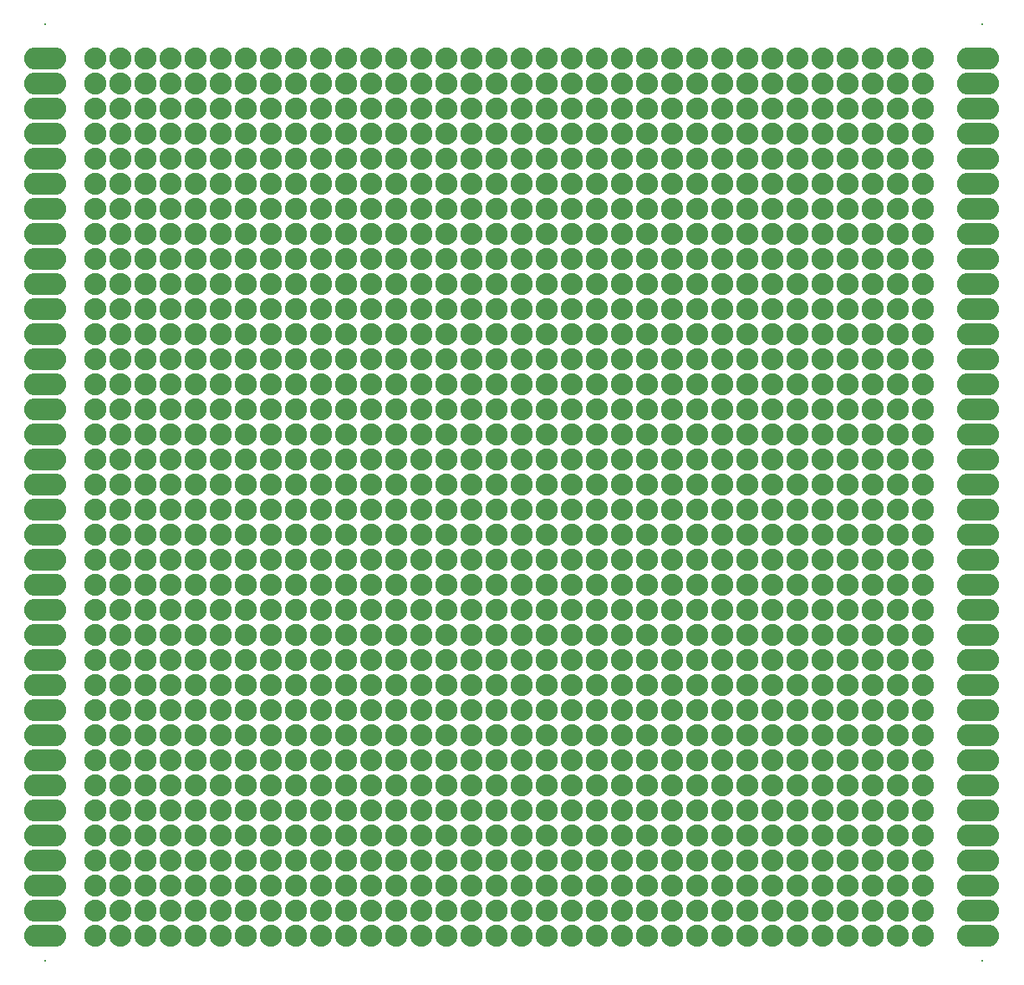
<source format=gts>
G04 Layer_Color=20142*
%FSLAX25Y25*%
%MOIN*%
G70*
G01*
G75*
%ADD13C,0.00800*%
%ADD14O,0.16800X0.08800*%
%ADD15C,0.08800*%
D13*
X403701Y777402D02*
D03*
X777402Y777402D02*
D03*
X777402Y403701D02*
D03*
X403701Y403701D02*
D03*
D14*
X403701Y763701D02*
D03*
X403701Y753701D02*
D03*
X403701Y743701D02*
D03*
X403701Y733701D02*
D03*
X403701Y723701D02*
D03*
X403701Y713701D02*
D03*
X403701Y703701D02*
D03*
X403701Y693701D02*
D03*
X403701Y683701D02*
D03*
X403701Y673701D02*
D03*
X403701Y663701D02*
D03*
X403701Y653701D02*
D03*
X403701Y643701D02*
D03*
X403701Y633701D02*
D03*
X403701Y623701D02*
D03*
X403701Y613701D02*
D03*
X403701Y603701D02*
D03*
X403701Y593701D02*
D03*
X403701Y583701D02*
D03*
X403701Y573701D02*
D03*
X403701Y563701D02*
D03*
X403701Y553701D02*
D03*
X403701Y543701D02*
D03*
X403701Y533701D02*
D03*
X403701Y523701D02*
D03*
X403701Y513701D02*
D03*
X403701Y503701D02*
D03*
X403701Y493701D02*
D03*
X403701Y483701D02*
D03*
X403701Y473701D02*
D03*
X403701Y463701D02*
D03*
X403701Y453701D02*
D03*
X403701Y443701D02*
D03*
X403701Y433701D02*
D03*
X403701Y423701D02*
D03*
X403701Y413701D02*
D03*
X775701Y763701D02*
D03*
X775701Y753701D02*
D03*
X775701Y743701D02*
D03*
X775701Y733701D02*
D03*
X775701Y723701D02*
D03*
X775701Y713701D02*
D03*
X775701Y703701D02*
D03*
X775701Y693701D02*
D03*
X775701Y683701D02*
D03*
X775701Y673701D02*
D03*
X775701Y663701D02*
D03*
X775701Y653701D02*
D03*
X775701Y643701D02*
D03*
X775701Y633701D02*
D03*
X775701Y623701D02*
D03*
X775701Y613701D02*
D03*
X775701Y603701D02*
D03*
X775701Y593701D02*
D03*
X775701Y583701D02*
D03*
X775701Y573701D02*
D03*
X775701Y563701D02*
D03*
X775701Y553701D02*
D03*
X775701Y543701D02*
D03*
X775701Y533701D02*
D03*
X775701Y523701D02*
D03*
X775701Y513701D02*
D03*
X775701Y493701D02*
D03*
X775701Y483701D02*
D03*
X775701Y473701D02*
D03*
X775701Y463701D02*
D03*
X775701Y453701D02*
D03*
X775701Y443701D02*
D03*
X775701Y433701D02*
D03*
X775701Y423701D02*
D03*
X775701Y413701D02*
D03*
X775701Y503701D02*
D03*
D15*
X423701Y413701D02*
D03*
X433701Y413701D02*
D03*
X443701Y413701D02*
D03*
X453701Y413701D02*
D03*
X463701Y413701D02*
D03*
X473701Y413701D02*
D03*
X483701Y413701D02*
D03*
X493701Y413701D02*
D03*
X503701Y413701D02*
D03*
X513701Y413701D02*
D03*
D03*
X623701Y413701D02*
D03*
D03*
X613701Y413701D02*
D03*
X603701Y413701D02*
D03*
X593701Y413701D02*
D03*
X583701Y413701D02*
D03*
X573701Y413701D02*
D03*
X563701Y413701D02*
D03*
X553701Y413701D02*
D03*
X543701Y413701D02*
D03*
X533701Y413701D02*
D03*
X523701Y413701D02*
D03*
X733701Y413701D02*
D03*
D03*
X723701Y413701D02*
D03*
X713701Y413701D02*
D03*
X703701Y413701D02*
D03*
X693701Y413701D02*
D03*
X683701Y413701D02*
D03*
X673701Y413701D02*
D03*
X663701Y413701D02*
D03*
X653701Y413701D02*
D03*
X643701Y413701D02*
D03*
X633701Y413701D02*
D03*
X743701Y413701D02*
D03*
D03*
X753701Y413701D02*
D03*
X753701Y423701D02*
D03*
X743701Y423701D02*
D03*
D03*
X633701Y423701D02*
D03*
X643701Y423701D02*
D03*
X653701Y423701D02*
D03*
X663701Y423701D02*
D03*
X673701Y423701D02*
D03*
X683701Y423701D02*
D03*
X693701Y423701D02*
D03*
X703701Y423701D02*
D03*
X713701Y423701D02*
D03*
X723701Y423701D02*
D03*
X733701Y423701D02*
D03*
D03*
X523701Y423701D02*
D03*
X533701Y423701D02*
D03*
X543701Y423701D02*
D03*
X553701Y423701D02*
D03*
X563701Y423701D02*
D03*
X573701Y423701D02*
D03*
X583701Y423701D02*
D03*
X593701Y423701D02*
D03*
X603701Y423701D02*
D03*
X613701Y423701D02*
D03*
X623701Y423701D02*
D03*
D03*
X513701Y423701D02*
D03*
D03*
X503701Y423701D02*
D03*
X493701Y423701D02*
D03*
X483701Y423701D02*
D03*
X473701Y423701D02*
D03*
X463701Y423701D02*
D03*
X453701Y423701D02*
D03*
X443701Y423701D02*
D03*
X433701Y423701D02*
D03*
X423701Y423701D02*
D03*
X753701Y433701D02*
D03*
X743701Y433701D02*
D03*
D03*
X633701Y433701D02*
D03*
X643701Y433701D02*
D03*
X653701Y433701D02*
D03*
X663701Y433701D02*
D03*
X673701Y433701D02*
D03*
X683701Y433701D02*
D03*
X693701Y433701D02*
D03*
X703701Y433701D02*
D03*
X713701Y433701D02*
D03*
X723701Y433701D02*
D03*
X733701Y433701D02*
D03*
D03*
X523701Y433701D02*
D03*
X533701Y433701D02*
D03*
X543701Y433701D02*
D03*
X553701Y433701D02*
D03*
X563701Y433701D02*
D03*
X573701Y433701D02*
D03*
X583701Y433701D02*
D03*
X593701Y433701D02*
D03*
X603701Y433701D02*
D03*
X613701Y433701D02*
D03*
X623701Y433701D02*
D03*
D03*
X513701Y433701D02*
D03*
D03*
X503701Y433701D02*
D03*
X493701Y433701D02*
D03*
X483701Y433701D02*
D03*
X473701Y433701D02*
D03*
X463701Y433701D02*
D03*
X453701Y433701D02*
D03*
X443701Y433701D02*
D03*
X433701Y433701D02*
D03*
X423701Y433701D02*
D03*
X753701Y443701D02*
D03*
X743701Y443701D02*
D03*
D03*
X633701Y443701D02*
D03*
X643701Y443701D02*
D03*
X653701Y443701D02*
D03*
X663701Y443701D02*
D03*
X673701Y443701D02*
D03*
X683701Y443701D02*
D03*
X693701Y443701D02*
D03*
X703701Y443701D02*
D03*
X713701Y443701D02*
D03*
X723701Y443701D02*
D03*
X733701Y443701D02*
D03*
D03*
X523701Y443701D02*
D03*
X533701Y443701D02*
D03*
X543701Y443701D02*
D03*
X553701Y443701D02*
D03*
X563701Y443701D02*
D03*
X573701Y443701D02*
D03*
X583701Y443701D02*
D03*
X593701Y443701D02*
D03*
X603701Y443701D02*
D03*
X613701Y443701D02*
D03*
X623701Y443701D02*
D03*
D03*
X513701Y443701D02*
D03*
D03*
X503701Y443701D02*
D03*
X493701Y443701D02*
D03*
X483701Y443701D02*
D03*
X473701Y443701D02*
D03*
X463701Y443701D02*
D03*
X453701Y443701D02*
D03*
X443701Y443701D02*
D03*
X433701Y443701D02*
D03*
X423701Y443701D02*
D03*
X753701Y453701D02*
D03*
X743701Y453701D02*
D03*
D03*
X633701Y453701D02*
D03*
X643701Y453701D02*
D03*
X653701Y453701D02*
D03*
X663701Y453701D02*
D03*
X673701Y453701D02*
D03*
X683701Y453701D02*
D03*
X693701Y453701D02*
D03*
X703701Y453701D02*
D03*
X713701Y453701D02*
D03*
X723701Y453701D02*
D03*
X733701Y453701D02*
D03*
D03*
X523701Y453701D02*
D03*
X533701Y453701D02*
D03*
X543701Y453701D02*
D03*
X553701Y453701D02*
D03*
X563701Y453701D02*
D03*
X573701Y453701D02*
D03*
X583701Y453701D02*
D03*
X593701Y453701D02*
D03*
X603701Y453701D02*
D03*
X613701Y453701D02*
D03*
X623701Y453701D02*
D03*
D03*
X513701Y453701D02*
D03*
D03*
X503701Y453701D02*
D03*
X493701Y453701D02*
D03*
X483701Y453701D02*
D03*
X473701Y453701D02*
D03*
X463701Y453701D02*
D03*
X453701Y453701D02*
D03*
X443701Y453701D02*
D03*
X433701Y453701D02*
D03*
X423701Y453701D02*
D03*
X753701Y463701D02*
D03*
X743701Y463701D02*
D03*
D03*
X633701Y463701D02*
D03*
X643701Y463701D02*
D03*
X653701Y463701D02*
D03*
X663701Y463701D02*
D03*
X673701Y463701D02*
D03*
X683701Y463701D02*
D03*
X693701Y463701D02*
D03*
X703701Y463701D02*
D03*
X713701Y463701D02*
D03*
X723701Y463701D02*
D03*
X733701Y463701D02*
D03*
D03*
X523701Y463701D02*
D03*
X533701Y463701D02*
D03*
X543701Y463701D02*
D03*
X553701Y463701D02*
D03*
X563701Y463701D02*
D03*
X573701Y463701D02*
D03*
X583701Y463701D02*
D03*
X593701Y463701D02*
D03*
X603701Y463701D02*
D03*
X613701Y463701D02*
D03*
X623701Y463701D02*
D03*
D03*
X513701Y463701D02*
D03*
D03*
X503701Y463701D02*
D03*
X493701Y463701D02*
D03*
X483701Y463701D02*
D03*
X473701Y463701D02*
D03*
X463701Y463701D02*
D03*
X453701Y463701D02*
D03*
X443701Y463701D02*
D03*
X433701Y463701D02*
D03*
X423701Y463701D02*
D03*
X753701Y473701D02*
D03*
X743701Y473701D02*
D03*
D03*
X633701Y473701D02*
D03*
X643701Y473701D02*
D03*
X653701Y473701D02*
D03*
X663701Y473701D02*
D03*
X673701Y473701D02*
D03*
X683701Y473701D02*
D03*
X693701Y473701D02*
D03*
X703701Y473701D02*
D03*
X713701Y473701D02*
D03*
X723701Y473701D02*
D03*
X733701Y473701D02*
D03*
D03*
X523701Y473701D02*
D03*
X533701Y473701D02*
D03*
X543701Y473701D02*
D03*
X553701Y473701D02*
D03*
X563701Y473701D02*
D03*
X573701Y473701D02*
D03*
X583701Y473701D02*
D03*
X593701Y473701D02*
D03*
X603701Y473701D02*
D03*
X613701Y473701D02*
D03*
X623701Y473701D02*
D03*
D03*
X513701Y473701D02*
D03*
D03*
X503701Y473701D02*
D03*
X493701Y473701D02*
D03*
X483701Y473701D02*
D03*
X473701Y473701D02*
D03*
X463701Y473701D02*
D03*
X453701Y473701D02*
D03*
X443701Y473701D02*
D03*
X433701Y473701D02*
D03*
X423701Y473701D02*
D03*
X753701Y483701D02*
D03*
X743701Y483701D02*
D03*
D03*
X633701Y483701D02*
D03*
X643701Y483701D02*
D03*
X653701Y483701D02*
D03*
X663701Y483701D02*
D03*
X673701Y483701D02*
D03*
X683701Y483701D02*
D03*
X693701Y483701D02*
D03*
X703701Y483701D02*
D03*
X713701Y483701D02*
D03*
X723701Y483701D02*
D03*
X733701Y483701D02*
D03*
D03*
X523701Y483701D02*
D03*
X533701Y483701D02*
D03*
X543701Y483701D02*
D03*
X553701Y483701D02*
D03*
X563701Y483701D02*
D03*
X573701Y483701D02*
D03*
X583701Y483701D02*
D03*
X593701Y483701D02*
D03*
X603701Y483701D02*
D03*
X613701Y483701D02*
D03*
X623701Y483701D02*
D03*
D03*
X513701Y483701D02*
D03*
D03*
X503701Y483701D02*
D03*
X493701Y483701D02*
D03*
X483701Y483701D02*
D03*
X473701Y483701D02*
D03*
X463701Y483701D02*
D03*
X453701Y483701D02*
D03*
X443701Y483701D02*
D03*
X433701Y483701D02*
D03*
X423701Y483701D02*
D03*
X753701Y493701D02*
D03*
X743701Y493701D02*
D03*
D03*
X633701Y493701D02*
D03*
X643701Y493701D02*
D03*
X653701Y493701D02*
D03*
X663701Y493701D02*
D03*
X673701Y493701D02*
D03*
X683701Y493701D02*
D03*
X693701Y493701D02*
D03*
X703701Y493701D02*
D03*
X713701Y493701D02*
D03*
X723701Y493701D02*
D03*
X733701Y493701D02*
D03*
D03*
X523701Y493701D02*
D03*
X533701Y493701D02*
D03*
X543701Y493701D02*
D03*
X553701Y493701D02*
D03*
X563701Y493701D02*
D03*
X573701Y493701D02*
D03*
X583701Y493701D02*
D03*
X593701Y493701D02*
D03*
X603701Y493701D02*
D03*
X613701Y493701D02*
D03*
X623701Y493701D02*
D03*
D03*
X513701Y493701D02*
D03*
D03*
X503701Y493701D02*
D03*
X493701Y493701D02*
D03*
X483701Y493701D02*
D03*
X473701Y493701D02*
D03*
X463701Y493701D02*
D03*
X453701Y493701D02*
D03*
X443701Y493701D02*
D03*
X433701Y493701D02*
D03*
X423701Y493701D02*
D03*
X753701Y503701D02*
D03*
X743701Y503701D02*
D03*
D03*
X633701Y503701D02*
D03*
X643701Y503701D02*
D03*
X653701Y503701D02*
D03*
X663701Y503701D02*
D03*
X673701Y503701D02*
D03*
X683701Y503701D02*
D03*
X693701Y503701D02*
D03*
X703701Y503701D02*
D03*
X713701Y503701D02*
D03*
X723701Y503701D02*
D03*
X733701Y503701D02*
D03*
D03*
X523701Y503701D02*
D03*
X533701Y503701D02*
D03*
X543701Y503701D02*
D03*
X553701Y503701D02*
D03*
X563701Y503701D02*
D03*
X573701Y503701D02*
D03*
X583701Y503701D02*
D03*
X593701Y503701D02*
D03*
X603701Y503701D02*
D03*
X613701Y503701D02*
D03*
X623701Y503701D02*
D03*
D03*
X513701Y503701D02*
D03*
D03*
X503701Y503701D02*
D03*
X493701Y503701D02*
D03*
X483701Y503701D02*
D03*
X473701Y503701D02*
D03*
X463701Y503701D02*
D03*
X453701Y503701D02*
D03*
X443701Y503701D02*
D03*
X433701Y503701D02*
D03*
X423701Y503701D02*
D03*
X753701Y513701D02*
D03*
X743701Y513701D02*
D03*
D03*
X633701Y513701D02*
D03*
X643701Y513701D02*
D03*
X653701Y513701D02*
D03*
X663701Y513701D02*
D03*
X673701Y513701D02*
D03*
X683701Y513701D02*
D03*
X693701Y513701D02*
D03*
X703701Y513701D02*
D03*
X713701Y513701D02*
D03*
X723701Y513701D02*
D03*
X733701Y513701D02*
D03*
D03*
X523701Y513701D02*
D03*
X533701Y513701D02*
D03*
X543701Y513701D02*
D03*
X553701Y513701D02*
D03*
X563701Y513701D02*
D03*
X573701Y513701D02*
D03*
X583701Y513701D02*
D03*
X593701Y513701D02*
D03*
X603701Y513701D02*
D03*
X613701Y513701D02*
D03*
X623701Y513701D02*
D03*
D03*
X513701Y513701D02*
D03*
D03*
X503701Y513701D02*
D03*
X493701Y513701D02*
D03*
X483701Y513701D02*
D03*
X473701Y513701D02*
D03*
X463701Y513701D02*
D03*
X453701Y513701D02*
D03*
X443701Y513701D02*
D03*
X433701Y513701D02*
D03*
X423701Y513701D02*
D03*
X753701Y523701D02*
D03*
X743701Y523701D02*
D03*
D03*
X633701Y523701D02*
D03*
X643701Y523701D02*
D03*
X653701Y523701D02*
D03*
X663701Y523701D02*
D03*
X673701Y523701D02*
D03*
X683701Y523701D02*
D03*
X693701Y523701D02*
D03*
X703701Y523701D02*
D03*
X713701Y523701D02*
D03*
X723701Y523701D02*
D03*
X733701Y523701D02*
D03*
D03*
X523701Y523701D02*
D03*
X533701Y523701D02*
D03*
X543701Y523701D02*
D03*
X553701Y523701D02*
D03*
X563701Y523701D02*
D03*
X573701Y523701D02*
D03*
X583701Y523701D02*
D03*
X593701Y523701D02*
D03*
X603701Y523701D02*
D03*
X613701Y523701D02*
D03*
X623701Y523701D02*
D03*
D03*
X513701Y523701D02*
D03*
D03*
X503701Y523701D02*
D03*
X493701Y523701D02*
D03*
X483701Y523701D02*
D03*
X473701Y523701D02*
D03*
X463701Y523701D02*
D03*
X453701Y523701D02*
D03*
X443701Y523701D02*
D03*
X433701Y523701D02*
D03*
X423701Y523701D02*
D03*
X423701Y643701D02*
D03*
X433701Y643701D02*
D03*
X443701Y643701D02*
D03*
X453701Y643701D02*
D03*
X463701Y643701D02*
D03*
X473701Y643701D02*
D03*
X483701Y643701D02*
D03*
X493701Y643701D02*
D03*
X503701Y643701D02*
D03*
X513701Y643701D02*
D03*
D03*
X623701Y643701D02*
D03*
D03*
X613701Y643701D02*
D03*
X603701Y643701D02*
D03*
X593701Y643701D02*
D03*
X583701Y643701D02*
D03*
X573701Y643701D02*
D03*
X563701Y643701D02*
D03*
X553701Y643701D02*
D03*
X543701Y643701D02*
D03*
X533701Y643701D02*
D03*
X523701Y643701D02*
D03*
X733701Y643701D02*
D03*
D03*
X723701Y643701D02*
D03*
X713701Y643701D02*
D03*
X703701Y643701D02*
D03*
X693701Y643701D02*
D03*
X683701Y643701D02*
D03*
X673701Y643701D02*
D03*
X663701Y643701D02*
D03*
X653701Y643701D02*
D03*
X643701Y643701D02*
D03*
X633701Y643701D02*
D03*
X743701Y643701D02*
D03*
D03*
X753701Y643701D02*
D03*
X423701Y633701D02*
D03*
X433701Y633701D02*
D03*
X443701Y633701D02*
D03*
X453701Y633701D02*
D03*
X463701Y633701D02*
D03*
X473701Y633701D02*
D03*
X483701Y633701D02*
D03*
X493701Y633701D02*
D03*
X503701Y633701D02*
D03*
X513701Y633701D02*
D03*
D03*
X623701Y633701D02*
D03*
D03*
X613701Y633701D02*
D03*
X603701Y633701D02*
D03*
X593701Y633701D02*
D03*
X583701Y633701D02*
D03*
X573701Y633701D02*
D03*
X563701Y633701D02*
D03*
X553701Y633701D02*
D03*
X543701Y633701D02*
D03*
X533701Y633701D02*
D03*
X523701Y633701D02*
D03*
X733701Y633701D02*
D03*
D03*
X723701Y633701D02*
D03*
X713701Y633701D02*
D03*
X703701Y633701D02*
D03*
X693701Y633701D02*
D03*
X683701Y633701D02*
D03*
X673701Y633701D02*
D03*
X663701Y633701D02*
D03*
X653701Y633701D02*
D03*
X643701Y633701D02*
D03*
X633701Y633701D02*
D03*
X743701Y633701D02*
D03*
D03*
X753701Y633701D02*
D03*
X423701Y623701D02*
D03*
X433701Y623701D02*
D03*
X443701Y623701D02*
D03*
X453701Y623701D02*
D03*
X463701Y623701D02*
D03*
X473701Y623701D02*
D03*
X483701Y623701D02*
D03*
X493701Y623701D02*
D03*
X503701Y623701D02*
D03*
X513701Y623701D02*
D03*
D03*
X623701Y623701D02*
D03*
D03*
X613701Y623701D02*
D03*
X603701Y623701D02*
D03*
X593701Y623701D02*
D03*
X583701Y623701D02*
D03*
X573701Y623701D02*
D03*
X563701Y623701D02*
D03*
X553701Y623701D02*
D03*
X543701Y623701D02*
D03*
X533701Y623701D02*
D03*
X523701Y623701D02*
D03*
X733701Y623701D02*
D03*
D03*
X723701Y623701D02*
D03*
X713701Y623701D02*
D03*
X703701Y623701D02*
D03*
X693701Y623701D02*
D03*
X683701Y623701D02*
D03*
X673701Y623701D02*
D03*
X663701Y623701D02*
D03*
X653701Y623701D02*
D03*
X643701Y623701D02*
D03*
X633701Y623701D02*
D03*
X743701Y623701D02*
D03*
D03*
X753701Y623701D02*
D03*
X423701Y613701D02*
D03*
X433701Y613701D02*
D03*
X443701Y613701D02*
D03*
X453701Y613701D02*
D03*
X463701Y613701D02*
D03*
X473701Y613701D02*
D03*
X483701Y613701D02*
D03*
X493701Y613701D02*
D03*
X503701Y613701D02*
D03*
X513701Y613701D02*
D03*
D03*
X623701Y613701D02*
D03*
D03*
X613701Y613701D02*
D03*
X603701Y613701D02*
D03*
X593701Y613701D02*
D03*
X583701Y613701D02*
D03*
X573701Y613701D02*
D03*
X563701Y613701D02*
D03*
X553701Y613701D02*
D03*
X543701Y613701D02*
D03*
X533701Y613701D02*
D03*
X523701Y613701D02*
D03*
X733701Y613701D02*
D03*
D03*
X723701Y613701D02*
D03*
X713701Y613701D02*
D03*
X703701Y613701D02*
D03*
X693701Y613701D02*
D03*
X683701Y613701D02*
D03*
X673701Y613701D02*
D03*
X663701Y613701D02*
D03*
X653701Y613701D02*
D03*
X643701Y613701D02*
D03*
X633701Y613701D02*
D03*
X743701Y613701D02*
D03*
D03*
X753701Y613701D02*
D03*
X423701Y603701D02*
D03*
X433701Y603701D02*
D03*
X443701Y603701D02*
D03*
X453701Y603701D02*
D03*
X463701Y603701D02*
D03*
X473701Y603701D02*
D03*
X483701Y603701D02*
D03*
X493701Y603701D02*
D03*
X503701Y603701D02*
D03*
X513701Y603701D02*
D03*
D03*
X623701Y603701D02*
D03*
D03*
X613701Y603701D02*
D03*
X603701Y603701D02*
D03*
X593701Y603701D02*
D03*
X583701Y603701D02*
D03*
X573701Y603701D02*
D03*
X563701Y603701D02*
D03*
X553701Y603701D02*
D03*
X543701Y603701D02*
D03*
X533701Y603701D02*
D03*
X523701Y603701D02*
D03*
X733701Y603701D02*
D03*
D03*
X723701Y603701D02*
D03*
X713701Y603701D02*
D03*
X703701Y603701D02*
D03*
X693701Y603701D02*
D03*
X683701Y603701D02*
D03*
X673701Y603701D02*
D03*
X663701Y603701D02*
D03*
X653701Y603701D02*
D03*
X643701Y603701D02*
D03*
X633701Y603701D02*
D03*
X743701Y603701D02*
D03*
D03*
X753701Y603701D02*
D03*
X423701Y593701D02*
D03*
X433701Y593701D02*
D03*
X443701Y593701D02*
D03*
X453701Y593701D02*
D03*
X463701Y593701D02*
D03*
X473701Y593701D02*
D03*
X483701Y593701D02*
D03*
X493701Y593701D02*
D03*
X503701Y593701D02*
D03*
X513701Y593701D02*
D03*
D03*
X623701Y593701D02*
D03*
D03*
X613701Y593701D02*
D03*
X603701Y593701D02*
D03*
X593701Y593701D02*
D03*
X583701Y593701D02*
D03*
X573701Y593701D02*
D03*
X563701Y593701D02*
D03*
X553701Y593701D02*
D03*
X543701Y593701D02*
D03*
X533701Y593701D02*
D03*
X523701Y593701D02*
D03*
X733701Y593701D02*
D03*
D03*
X723701Y593701D02*
D03*
X713701Y593701D02*
D03*
X703701Y593701D02*
D03*
X693701Y593701D02*
D03*
X683701Y593701D02*
D03*
X673701Y593701D02*
D03*
X663701Y593701D02*
D03*
X653701Y593701D02*
D03*
X643701Y593701D02*
D03*
X633701Y593701D02*
D03*
X743701Y593701D02*
D03*
D03*
X753701Y593701D02*
D03*
X423701Y583701D02*
D03*
X433701Y583701D02*
D03*
X443701Y583701D02*
D03*
X453701Y583701D02*
D03*
X463701Y583701D02*
D03*
X473701Y583701D02*
D03*
X483701Y583701D02*
D03*
X493701Y583701D02*
D03*
X503701Y583701D02*
D03*
X513701Y583701D02*
D03*
D03*
X623701Y583701D02*
D03*
D03*
X613701Y583701D02*
D03*
X603701Y583701D02*
D03*
X593701Y583701D02*
D03*
X583701Y583701D02*
D03*
X573701Y583701D02*
D03*
X563701Y583701D02*
D03*
X553701Y583701D02*
D03*
X543701Y583701D02*
D03*
X533701Y583701D02*
D03*
X523701Y583701D02*
D03*
X733701Y583701D02*
D03*
D03*
X723701Y583701D02*
D03*
X713701Y583701D02*
D03*
X703701Y583701D02*
D03*
X693701Y583701D02*
D03*
X683701Y583701D02*
D03*
X673701Y583701D02*
D03*
X663701Y583701D02*
D03*
X653701Y583701D02*
D03*
X643701Y583701D02*
D03*
X633701Y583701D02*
D03*
X743701Y583701D02*
D03*
D03*
X753701Y583701D02*
D03*
X423701Y573701D02*
D03*
X433701Y573701D02*
D03*
X443701Y573701D02*
D03*
X453701Y573701D02*
D03*
X463701Y573701D02*
D03*
X473701Y573701D02*
D03*
X483701Y573701D02*
D03*
X493701Y573701D02*
D03*
X503701Y573701D02*
D03*
X513701Y573701D02*
D03*
D03*
X623701Y573701D02*
D03*
D03*
X613701Y573701D02*
D03*
X603701Y573701D02*
D03*
X593701Y573701D02*
D03*
X583701Y573701D02*
D03*
X573701Y573701D02*
D03*
X563701Y573701D02*
D03*
X553701Y573701D02*
D03*
X543701Y573701D02*
D03*
X533701Y573701D02*
D03*
X523701Y573701D02*
D03*
X733701Y573701D02*
D03*
D03*
X723701Y573701D02*
D03*
X713701Y573701D02*
D03*
X703701Y573701D02*
D03*
X693701Y573701D02*
D03*
X683701Y573701D02*
D03*
X673701Y573701D02*
D03*
X663701Y573701D02*
D03*
X653701Y573701D02*
D03*
X643701Y573701D02*
D03*
X633701Y573701D02*
D03*
X743701Y573701D02*
D03*
D03*
X753701Y573701D02*
D03*
X423701Y563701D02*
D03*
X433701Y563701D02*
D03*
X443701Y563701D02*
D03*
X453701Y563701D02*
D03*
X463701Y563701D02*
D03*
X473701Y563701D02*
D03*
X483701Y563701D02*
D03*
X493701Y563701D02*
D03*
X503701Y563701D02*
D03*
X513701Y563701D02*
D03*
D03*
X623701Y563701D02*
D03*
D03*
X613701Y563701D02*
D03*
X603701Y563701D02*
D03*
X593701Y563701D02*
D03*
X583701Y563701D02*
D03*
X573701Y563701D02*
D03*
X563701Y563701D02*
D03*
X553701Y563701D02*
D03*
X543701Y563701D02*
D03*
X533701Y563701D02*
D03*
X523701Y563701D02*
D03*
X733701Y563701D02*
D03*
D03*
X723701Y563701D02*
D03*
X713701Y563701D02*
D03*
X703701Y563701D02*
D03*
X693701Y563701D02*
D03*
X683701Y563701D02*
D03*
X673701Y563701D02*
D03*
X663701Y563701D02*
D03*
X653701Y563701D02*
D03*
X643701Y563701D02*
D03*
X633701Y563701D02*
D03*
X743701Y563701D02*
D03*
D03*
X753701Y563701D02*
D03*
X423701Y553701D02*
D03*
X433701Y553701D02*
D03*
X443701Y553701D02*
D03*
X453701Y553701D02*
D03*
X463701Y553701D02*
D03*
X473701Y553701D02*
D03*
X483701Y553701D02*
D03*
X493701Y553701D02*
D03*
X503701Y553701D02*
D03*
X513701Y553701D02*
D03*
D03*
X623701Y553701D02*
D03*
D03*
X613701Y553701D02*
D03*
X603701Y553701D02*
D03*
X593701Y553701D02*
D03*
X583701Y553701D02*
D03*
X573701Y553701D02*
D03*
X563701Y553701D02*
D03*
X553701Y553701D02*
D03*
X543701Y553701D02*
D03*
X533701Y553701D02*
D03*
X523701Y553701D02*
D03*
X733701Y553701D02*
D03*
D03*
X723701Y553701D02*
D03*
X713701Y553701D02*
D03*
X703701Y553701D02*
D03*
X693701Y553701D02*
D03*
X683701Y553701D02*
D03*
X673701Y553701D02*
D03*
X663701Y553701D02*
D03*
X653701Y553701D02*
D03*
X643701Y553701D02*
D03*
X633701Y553701D02*
D03*
X743701Y553701D02*
D03*
D03*
X753701Y553701D02*
D03*
X423701Y543701D02*
D03*
X433701Y543701D02*
D03*
X443701Y543701D02*
D03*
X453701Y543701D02*
D03*
X463701Y543701D02*
D03*
X473701Y543701D02*
D03*
X483701Y543701D02*
D03*
X493701Y543701D02*
D03*
X503701Y543701D02*
D03*
X513701Y543701D02*
D03*
D03*
X623701Y543701D02*
D03*
D03*
X613701Y543701D02*
D03*
X603701Y543701D02*
D03*
X593701Y543701D02*
D03*
X583701Y543701D02*
D03*
X573701Y543701D02*
D03*
X563701Y543701D02*
D03*
X553701Y543701D02*
D03*
X543701Y543701D02*
D03*
X533701Y543701D02*
D03*
X523701Y543701D02*
D03*
X733701Y543701D02*
D03*
D03*
X723701Y543701D02*
D03*
X713701Y543701D02*
D03*
X703701Y543701D02*
D03*
X693701Y543701D02*
D03*
X683701Y543701D02*
D03*
X673701Y543701D02*
D03*
X663701Y543701D02*
D03*
X653701Y543701D02*
D03*
X643701Y543701D02*
D03*
X633701Y543701D02*
D03*
X743701Y543701D02*
D03*
D03*
X753701Y543701D02*
D03*
X753701Y533701D02*
D03*
X743701Y533701D02*
D03*
D03*
X633701Y533701D02*
D03*
X643701Y533701D02*
D03*
X653701Y533701D02*
D03*
X663701Y533701D02*
D03*
X673701Y533701D02*
D03*
X683701Y533701D02*
D03*
X693701Y533701D02*
D03*
X703701Y533701D02*
D03*
X713701Y533701D02*
D03*
X723701Y533701D02*
D03*
X733701Y533701D02*
D03*
D03*
X523701Y533701D02*
D03*
X533701Y533701D02*
D03*
X543701Y533701D02*
D03*
X553701Y533701D02*
D03*
X563701Y533701D02*
D03*
X573701Y533701D02*
D03*
X583701Y533701D02*
D03*
X593701Y533701D02*
D03*
X603701Y533701D02*
D03*
X613701Y533701D02*
D03*
X623701Y533701D02*
D03*
D03*
X513701Y533701D02*
D03*
D03*
X503701Y533701D02*
D03*
X493701Y533701D02*
D03*
X483701Y533701D02*
D03*
X473701Y533701D02*
D03*
X463701Y533701D02*
D03*
X453701Y533701D02*
D03*
X443701Y533701D02*
D03*
X433701Y533701D02*
D03*
X423701Y533701D02*
D03*
X423701Y763701D02*
D03*
X433701Y763701D02*
D03*
X443701Y763701D02*
D03*
X453701Y763701D02*
D03*
X463701Y763701D02*
D03*
X473701Y763701D02*
D03*
X483701Y763701D02*
D03*
X493701Y763701D02*
D03*
X503701Y763701D02*
D03*
X513701Y763701D02*
D03*
D03*
X623701Y763701D02*
D03*
D03*
X613701Y763701D02*
D03*
X603701Y763701D02*
D03*
X593701Y763701D02*
D03*
X583701Y763701D02*
D03*
X573701Y763701D02*
D03*
X563701Y763701D02*
D03*
X553701Y763701D02*
D03*
X543701Y763701D02*
D03*
X533701Y763701D02*
D03*
X523701Y763701D02*
D03*
X733701Y763701D02*
D03*
D03*
X723701Y763701D02*
D03*
X713701Y763701D02*
D03*
X703701Y763701D02*
D03*
X693701Y763701D02*
D03*
X683701Y763701D02*
D03*
X673701Y763701D02*
D03*
X663701Y763701D02*
D03*
X653701Y763701D02*
D03*
X643701Y763701D02*
D03*
X633701Y763701D02*
D03*
X743701Y763701D02*
D03*
D03*
X753701Y763701D02*
D03*
X423701Y753701D02*
D03*
X433701Y753701D02*
D03*
X443701Y753701D02*
D03*
X453701Y753701D02*
D03*
X463701Y753701D02*
D03*
X473701Y753701D02*
D03*
X483701Y753701D02*
D03*
X493701Y753701D02*
D03*
X503701Y753701D02*
D03*
X513701Y753701D02*
D03*
D03*
X623701Y753701D02*
D03*
D03*
X613701Y753701D02*
D03*
X603701Y753701D02*
D03*
X593701Y753701D02*
D03*
X583701Y753701D02*
D03*
X573701Y753701D02*
D03*
X563701Y753701D02*
D03*
X553701Y753701D02*
D03*
X543701Y753701D02*
D03*
X533701Y753701D02*
D03*
X523701Y753701D02*
D03*
X733701Y753701D02*
D03*
D03*
X723701Y753701D02*
D03*
X713701Y753701D02*
D03*
X703701Y753701D02*
D03*
X693701Y753701D02*
D03*
X683701Y753701D02*
D03*
X673701Y753701D02*
D03*
X663701Y753701D02*
D03*
X653701Y753701D02*
D03*
X643701Y753701D02*
D03*
X633701Y753701D02*
D03*
X743701Y753701D02*
D03*
D03*
X753701Y753701D02*
D03*
X423701Y743701D02*
D03*
X433701Y743701D02*
D03*
X443701Y743701D02*
D03*
X453701Y743701D02*
D03*
X463701Y743701D02*
D03*
X473701Y743701D02*
D03*
X483701Y743701D02*
D03*
X493701Y743701D02*
D03*
X503701Y743701D02*
D03*
X513701Y743701D02*
D03*
D03*
X623701Y743701D02*
D03*
D03*
X613701Y743701D02*
D03*
X603701Y743701D02*
D03*
X593701Y743701D02*
D03*
X583701Y743701D02*
D03*
X573701Y743701D02*
D03*
X563701Y743701D02*
D03*
X553701Y743701D02*
D03*
X543701Y743701D02*
D03*
X533701Y743701D02*
D03*
X523701Y743701D02*
D03*
X733701Y743701D02*
D03*
D03*
X723701Y743701D02*
D03*
X713701Y743701D02*
D03*
X703701Y743701D02*
D03*
X693701Y743701D02*
D03*
X683701Y743701D02*
D03*
X673701Y743701D02*
D03*
X663701Y743701D02*
D03*
X653701Y743701D02*
D03*
X643701Y743701D02*
D03*
X633701Y743701D02*
D03*
X743701Y743701D02*
D03*
D03*
X753701Y743701D02*
D03*
X423701Y733701D02*
D03*
X433701Y733701D02*
D03*
X443701Y733701D02*
D03*
X453701Y733701D02*
D03*
X463701Y733701D02*
D03*
X473701Y733701D02*
D03*
X483701Y733701D02*
D03*
X493701Y733701D02*
D03*
X503701Y733701D02*
D03*
X513701Y733701D02*
D03*
D03*
X623701Y733701D02*
D03*
D03*
X613701Y733701D02*
D03*
X603701Y733701D02*
D03*
X593701Y733701D02*
D03*
X583701Y733701D02*
D03*
X573701Y733701D02*
D03*
X563701Y733701D02*
D03*
X553701Y733701D02*
D03*
X543701Y733701D02*
D03*
X533701Y733701D02*
D03*
X523701Y733701D02*
D03*
X733701Y733701D02*
D03*
D03*
X723701Y733701D02*
D03*
X713701Y733701D02*
D03*
X703701Y733701D02*
D03*
X693701Y733701D02*
D03*
X683701Y733701D02*
D03*
X673701Y733701D02*
D03*
X663701Y733701D02*
D03*
X653701Y733701D02*
D03*
X643701Y733701D02*
D03*
X633701Y733701D02*
D03*
X743701Y733701D02*
D03*
D03*
X753701Y733701D02*
D03*
X423701Y723701D02*
D03*
X433701Y723701D02*
D03*
X443701Y723701D02*
D03*
X453701Y723701D02*
D03*
X463701Y723701D02*
D03*
X473701Y723701D02*
D03*
X483701Y723701D02*
D03*
X493701Y723701D02*
D03*
X503701Y723701D02*
D03*
X513701Y723701D02*
D03*
D03*
X623701Y723701D02*
D03*
D03*
X613701Y723701D02*
D03*
X603701Y723701D02*
D03*
X593701Y723701D02*
D03*
X583701Y723701D02*
D03*
X573701Y723701D02*
D03*
X563701Y723701D02*
D03*
X553701Y723701D02*
D03*
X543701Y723701D02*
D03*
X533701Y723701D02*
D03*
X523701Y723701D02*
D03*
X733701Y723701D02*
D03*
D03*
X723701Y723701D02*
D03*
X713701Y723701D02*
D03*
X703701Y723701D02*
D03*
X693701Y723701D02*
D03*
X683701Y723701D02*
D03*
X673701Y723701D02*
D03*
X663701Y723701D02*
D03*
X653701Y723701D02*
D03*
X643701Y723701D02*
D03*
X633701Y723701D02*
D03*
X743701Y723701D02*
D03*
D03*
X753701Y723701D02*
D03*
X423701Y713701D02*
D03*
X433701Y713701D02*
D03*
X443701Y713701D02*
D03*
X453701Y713701D02*
D03*
X463701Y713701D02*
D03*
X473701Y713701D02*
D03*
X483701Y713701D02*
D03*
X493701Y713701D02*
D03*
X503701Y713701D02*
D03*
X513701Y713701D02*
D03*
D03*
X623701Y713701D02*
D03*
D03*
X613701Y713701D02*
D03*
X603701Y713701D02*
D03*
X593701Y713701D02*
D03*
X583701Y713701D02*
D03*
X573701Y713701D02*
D03*
X563701Y713701D02*
D03*
X553701Y713701D02*
D03*
X543701Y713701D02*
D03*
X533701Y713701D02*
D03*
X523701Y713701D02*
D03*
X733701Y713701D02*
D03*
D03*
X723701Y713701D02*
D03*
X713701Y713701D02*
D03*
X703701Y713701D02*
D03*
X693701Y713701D02*
D03*
X683701Y713701D02*
D03*
X673701Y713701D02*
D03*
X663701Y713701D02*
D03*
X653701Y713701D02*
D03*
X643701Y713701D02*
D03*
X633701Y713701D02*
D03*
X743701Y713701D02*
D03*
D03*
X753701Y713701D02*
D03*
X423701Y703701D02*
D03*
X433701Y703701D02*
D03*
X443701Y703701D02*
D03*
X453701Y703701D02*
D03*
X463701Y703701D02*
D03*
X473701Y703701D02*
D03*
X483701Y703701D02*
D03*
X493701Y703701D02*
D03*
X503701Y703701D02*
D03*
X513701Y703701D02*
D03*
D03*
X623701Y703701D02*
D03*
D03*
X613701Y703701D02*
D03*
X603701Y703701D02*
D03*
X593701Y703701D02*
D03*
X583701Y703701D02*
D03*
X573701Y703701D02*
D03*
X563701Y703701D02*
D03*
X553701Y703701D02*
D03*
X543701Y703701D02*
D03*
X533701Y703701D02*
D03*
X523701Y703701D02*
D03*
X733701Y703701D02*
D03*
D03*
X723701Y703701D02*
D03*
X713701Y703701D02*
D03*
X703701Y703701D02*
D03*
X693701Y703701D02*
D03*
X683701Y703701D02*
D03*
X673701Y703701D02*
D03*
X663701Y703701D02*
D03*
X653701Y703701D02*
D03*
X643701Y703701D02*
D03*
X633701Y703701D02*
D03*
X743701Y703701D02*
D03*
D03*
X753701Y703701D02*
D03*
X423701Y693701D02*
D03*
X433701Y693701D02*
D03*
X443701Y693701D02*
D03*
X453701Y693701D02*
D03*
X463701Y693701D02*
D03*
X473701Y693701D02*
D03*
X483701Y693701D02*
D03*
X493701Y693701D02*
D03*
X503701Y693701D02*
D03*
X513701Y693701D02*
D03*
D03*
X623701Y693701D02*
D03*
D03*
X613701Y693701D02*
D03*
X603701Y693701D02*
D03*
X593701Y693701D02*
D03*
X583701Y693701D02*
D03*
X573701Y693701D02*
D03*
X563701Y693701D02*
D03*
X553701Y693701D02*
D03*
X543701Y693701D02*
D03*
X533701Y693701D02*
D03*
X523701Y693701D02*
D03*
X733701Y693701D02*
D03*
D03*
X723701Y693701D02*
D03*
X713701Y693701D02*
D03*
X703701Y693701D02*
D03*
X693701Y693701D02*
D03*
X683701Y693701D02*
D03*
X673701Y693701D02*
D03*
X663701Y693701D02*
D03*
X653701Y693701D02*
D03*
X643701Y693701D02*
D03*
X633701Y693701D02*
D03*
X743701Y693701D02*
D03*
D03*
X753701Y693701D02*
D03*
X423701Y683701D02*
D03*
X433701Y683701D02*
D03*
X443701Y683701D02*
D03*
X453701Y683701D02*
D03*
X463701Y683701D02*
D03*
X473701Y683701D02*
D03*
X483701Y683701D02*
D03*
X493701Y683701D02*
D03*
X503701Y683701D02*
D03*
X513701Y683701D02*
D03*
D03*
X623701Y683701D02*
D03*
D03*
X613701Y683701D02*
D03*
X603701Y683701D02*
D03*
X593701Y683701D02*
D03*
X583701Y683701D02*
D03*
X573701Y683701D02*
D03*
X563701Y683701D02*
D03*
X553701Y683701D02*
D03*
X543701Y683701D02*
D03*
X533701Y683701D02*
D03*
X523701Y683701D02*
D03*
X733701Y683701D02*
D03*
D03*
X723701Y683701D02*
D03*
X713701Y683701D02*
D03*
X703701Y683701D02*
D03*
X693701Y683701D02*
D03*
X683701Y683701D02*
D03*
X673701Y683701D02*
D03*
X663701Y683701D02*
D03*
X653701Y683701D02*
D03*
X643701Y683701D02*
D03*
X633701Y683701D02*
D03*
X743701Y683701D02*
D03*
D03*
X753701Y683701D02*
D03*
X423701Y673701D02*
D03*
X433701Y673701D02*
D03*
X443701Y673701D02*
D03*
X453701Y673701D02*
D03*
X463701Y673701D02*
D03*
X473701Y673701D02*
D03*
X483701Y673701D02*
D03*
X493701Y673701D02*
D03*
X503701Y673701D02*
D03*
X513701Y673701D02*
D03*
D03*
X623701Y673701D02*
D03*
D03*
X613701Y673701D02*
D03*
X603701Y673701D02*
D03*
X593701Y673701D02*
D03*
X583701Y673701D02*
D03*
X573701Y673701D02*
D03*
X563701Y673701D02*
D03*
X553701Y673701D02*
D03*
X543701Y673701D02*
D03*
X533701Y673701D02*
D03*
X523701Y673701D02*
D03*
X733701Y673701D02*
D03*
D03*
X723701Y673701D02*
D03*
X713701Y673701D02*
D03*
X703701Y673701D02*
D03*
X693701Y673701D02*
D03*
X683701Y673701D02*
D03*
X673701Y673701D02*
D03*
X663701Y673701D02*
D03*
X653701Y673701D02*
D03*
X643701Y673701D02*
D03*
X633701Y673701D02*
D03*
X743701Y673701D02*
D03*
D03*
X753701Y673701D02*
D03*
X423701Y663701D02*
D03*
X433701Y663701D02*
D03*
X443701Y663701D02*
D03*
X453701Y663701D02*
D03*
X463701Y663701D02*
D03*
X473701Y663701D02*
D03*
X483701Y663701D02*
D03*
X493701Y663701D02*
D03*
X503701Y663701D02*
D03*
X513701Y663701D02*
D03*
D03*
X623701Y663701D02*
D03*
D03*
X613701Y663701D02*
D03*
X603701Y663701D02*
D03*
X593701Y663701D02*
D03*
X583701Y663701D02*
D03*
X573701Y663701D02*
D03*
X563701Y663701D02*
D03*
X553701Y663701D02*
D03*
X543701Y663701D02*
D03*
X533701Y663701D02*
D03*
X523701Y663701D02*
D03*
X733701Y663701D02*
D03*
D03*
X723701Y663701D02*
D03*
X713701Y663701D02*
D03*
X703701Y663701D02*
D03*
X693701Y663701D02*
D03*
X683701Y663701D02*
D03*
X673701Y663701D02*
D03*
X663701Y663701D02*
D03*
X653701Y663701D02*
D03*
X643701Y663701D02*
D03*
X633701Y663701D02*
D03*
X743701Y663701D02*
D03*
D03*
X753701Y663701D02*
D03*
X753701Y653701D02*
D03*
X743701Y653701D02*
D03*
D03*
X633701Y653701D02*
D03*
X643701Y653701D02*
D03*
X653701Y653701D02*
D03*
X663701Y653701D02*
D03*
X673701Y653701D02*
D03*
X683701Y653701D02*
D03*
X693701Y653701D02*
D03*
X703701Y653701D02*
D03*
X713701Y653701D02*
D03*
X723701Y653701D02*
D03*
X733701Y653701D02*
D03*
D03*
X523701Y653701D02*
D03*
X533701Y653701D02*
D03*
X543701Y653701D02*
D03*
X553701Y653701D02*
D03*
X563701Y653701D02*
D03*
X573701Y653701D02*
D03*
X583701Y653701D02*
D03*
X593701Y653701D02*
D03*
X603701Y653701D02*
D03*
X613701Y653701D02*
D03*
X623701Y653701D02*
D03*
D03*
X513701Y653701D02*
D03*
D03*
X503701Y653701D02*
D03*
X493701Y653701D02*
D03*
X483701Y653701D02*
D03*
X473701Y653701D02*
D03*
X463701Y653701D02*
D03*
X453701Y653701D02*
D03*
X443701Y653701D02*
D03*
X433701Y653701D02*
D03*
X423701Y653701D02*
D03*
M02*

</source>
